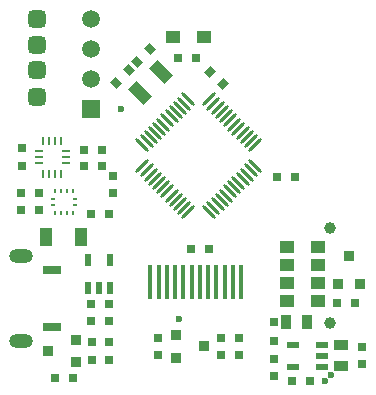
<source format=gbr>
%TF.GenerationSoftware,Altium Limited,Altium Designer,20.0.13 (296)*%
G04 Layer_Color=255*
%FSLAX25Y25*%
%MOIN*%
%TF.FileFunction,Pads,Top*%
%TF.Part,Single*%
G01*
G75*
%TA.AperFunction,SMDPad,CuDef*%
%ADD10R,0.03150X0.02756*%
%ADD11R,0.05000X0.04000*%
%ADD12R,0.02756X0.03150*%
G04:AMPARAMS|DCode=13|XSize=9.84mil|YSize=61.02mil|CornerRadius=0mil|HoleSize=0mil|Usage=FLASHONLY|Rotation=45.000|XOffset=0mil|YOffset=0mil|HoleType=Round|Shape=Round|*
%AMOVALD13*
21,1,0.05118,0.00984,0.00000,0.00000,135.0*
1,1,0.00984,0.01810,-0.01810*
1,1,0.00984,-0.01810,0.01810*
%
%ADD13OVALD13*%

G04:AMPARAMS|DCode=14|XSize=9.84mil|YSize=61.02mil|CornerRadius=0mil|HoleSize=0mil|Usage=FLASHONLY|Rotation=315.000|XOffset=0mil|YOffset=0mil|HoleType=Round|Shape=Round|*
%AMOVALD14*
21,1,0.05118,0.00984,0.00000,0.00000,45.0*
1,1,0.00984,-0.01810,-0.01810*
1,1,0.00984,0.01810,0.01810*
%
%ADD14OVALD14*%

G04:AMPARAMS|DCode=15|XSize=59.06mil|YSize=59.06mil|CornerRadius=14.76mil|HoleSize=0mil|Usage=FLASHONLY|Rotation=270.000|XOffset=0mil|YOffset=0mil|HoleType=Round|Shape=RoundedRectangle|*
%AMROUNDEDRECTD15*
21,1,0.05906,0.02953,0,0,270.0*
21,1,0.02953,0.05906,0,0,270.0*
1,1,0.02953,-0.01476,-0.01476*
1,1,0.02953,-0.01476,0.01476*
1,1,0.02953,0.01476,0.01476*
1,1,0.02953,0.01476,-0.01476*
%
%ADD15ROUNDEDRECTD15*%
%ADD16R,0.03091X0.01102*%
%ADD17R,0.01102X0.03091*%
G04:AMPARAMS|DCode=18|XSize=27.56mil|YSize=31.5mil|CornerRadius=0mil|HoleSize=0mil|Usage=FLASHONLY|Rotation=225.000|XOffset=0mil|YOffset=0mil|HoleType=Round|Shape=Rectangle|*
%AMROTATEDRECTD18*
4,1,4,-0.00139,0.02088,0.02088,-0.00139,0.00139,-0.02088,-0.02088,0.00139,-0.00139,0.02088,0.0*
%
%ADD18ROTATEDRECTD18*%

G04:AMPARAMS|DCode=19|XSize=27.56mil|YSize=31.5mil|CornerRadius=0mil|HoleSize=0mil|Usage=FLASHONLY|Rotation=315.000|XOffset=0mil|YOffset=0mil|HoleType=Round|Shape=Rectangle|*
%AMROTATEDRECTD19*
4,1,4,-0.02088,-0.00139,0.00139,0.02088,0.02088,0.00139,-0.00139,-0.02088,-0.02088,-0.00139,0.0*
%
%ADD19ROTATEDRECTD19*%

G04:AMPARAMS|DCode=20|XSize=39.37mil|YSize=70.87mil|CornerRadius=0mil|HoleSize=0mil|Usage=FLASHONLY|Rotation=225.000|XOffset=0mil|YOffset=0mil|HoleType=Round|Shape=Rectangle|*
%AMROTATEDRECTD20*
4,1,4,-0.01114,0.03897,0.03897,-0.01114,0.01114,-0.03897,-0.03897,0.01114,-0.01114,0.03897,0.0*
%
%ADD20ROTATEDRECTD20*%

%ADD21R,0.01102X0.01831*%
%ADD22R,0.01831X0.01102*%
%ADD23R,0.03937X0.06299*%
%ADD24R,0.01968X0.03937*%
%ADD25R,0.03740X0.03543*%
%ADD26R,0.03740X0.03543*%
%ADD27R,0.03150X0.03150*%
%ADD28R,0.03543X0.04724*%
%ADD29R,0.03937X0.01968*%
%ADD30R,0.04724X0.03543*%
%ADD31R,0.03543X0.03740*%
%ADD32R,0.03543X0.03740*%
%ADD33R,0.01378X0.11811*%
%TA.AperFunction,ViaPad*%
%ADD39C,0.02362*%
%TA.AperFunction,ComponentPad*%
%ADD40R,0.05906X0.05906*%
%ADD41C,0.05906*%
%ADD42C,0.03937*%
%ADD43R,0.05906X0.03150*%
%ADD44O,0.07874X0.04724*%
D10*
X119000Y16047D02*
D03*
Y21953D02*
D03*
X5671Y82063D02*
D03*
Y87968D02*
D03*
X29000Y23453D02*
D03*
Y17547D02*
D03*
X34500D02*
D03*
Y23453D02*
D03*
X51000Y24953D02*
D03*
Y19047D02*
D03*
X72000D02*
D03*
Y24953D02*
D03*
X78000D02*
D03*
Y19047D02*
D03*
X89500Y17953D02*
D03*
Y12047D02*
D03*
X36000Y78953D02*
D03*
Y73047D02*
D03*
D11*
X93882Y55000D02*
D03*
X104118D02*
D03*
Y49000D02*
D03*
X93882D02*
D03*
Y43000D02*
D03*
X104118D02*
D03*
X93882Y37000D02*
D03*
X104118D02*
D03*
X55882Y125000D02*
D03*
X66118D02*
D03*
D12*
X67953Y54500D02*
D03*
X62047D02*
D03*
X57547Y118000D02*
D03*
X63453D02*
D03*
X11124Y67516D02*
D03*
X5218D02*
D03*
Y73016D02*
D03*
X11124D02*
D03*
X32124Y87516D02*
D03*
X26219D02*
D03*
X32124Y82016D02*
D03*
X26219D02*
D03*
X28547Y66000D02*
D03*
X34453D02*
D03*
Y36000D02*
D03*
X28547D02*
D03*
X34453Y30500D02*
D03*
X28547D02*
D03*
X22453Y11500D02*
D03*
X16547D02*
D03*
X95547Y10500D02*
D03*
X101453D02*
D03*
X116453Y36500D02*
D03*
X110547D02*
D03*
X90722Y78500D02*
D03*
X96628D02*
D03*
D13*
X61021Y104290D02*
D03*
X59629Y102898D02*
D03*
X58237Y101506D02*
D03*
X56845Y100114D02*
D03*
X55453Y98722D02*
D03*
X54062Y97330D02*
D03*
X52670Y95938D02*
D03*
X51278Y94547D02*
D03*
X49886Y93155D02*
D03*
X48494Y91763D02*
D03*
X47102Y90371D02*
D03*
X45710Y88979D02*
D03*
X67979Y66710D02*
D03*
X69371Y68102D02*
D03*
X70763Y69494D02*
D03*
X72155Y70886D02*
D03*
X73546Y72278D02*
D03*
X74938Y73670D02*
D03*
X76330Y75062D02*
D03*
X77722Y76454D02*
D03*
X79114Y77845D02*
D03*
X80506Y79237D02*
D03*
X81898Y80629D02*
D03*
X83290Y82021D02*
D03*
D14*
X45710D02*
D03*
X47102Y80629D02*
D03*
X48494Y79237D02*
D03*
X49886Y77845D02*
D03*
X51278Y76454D02*
D03*
X52670Y75062D02*
D03*
X54062Y73670D02*
D03*
X55453Y72278D02*
D03*
X56845Y70886D02*
D03*
X58237Y69494D02*
D03*
X59629Y68102D02*
D03*
X61021Y66710D02*
D03*
X83290Y88979D02*
D03*
X81898Y90371D02*
D03*
X80506Y91763D02*
D03*
X79114Y93155D02*
D03*
X77722Y94547D02*
D03*
X76330Y95938D02*
D03*
X74938Y97330D02*
D03*
X73546Y98722D02*
D03*
X72155Y100114D02*
D03*
X70763Y101506D02*
D03*
X69371Y102898D02*
D03*
X67979Y104290D02*
D03*
D15*
X10500Y131000D02*
D03*
Y122500D02*
D03*
Y114000D02*
D03*
Y105000D02*
D03*
D16*
X20169Y86984D02*
D03*
Y85016D02*
D03*
Y83047D02*
D03*
X11173D02*
D03*
Y85016D02*
D03*
Y86984D02*
D03*
D17*
X18624Y79533D02*
D03*
X16656D02*
D03*
X14687D02*
D03*
X12719D02*
D03*
Y90498D02*
D03*
X14687D02*
D03*
X16656D02*
D03*
X18624D02*
D03*
D18*
X36912Y109912D02*
D03*
X41088Y114088D02*
D03*
X48088Y121088D02*
D03*
X43912Y116912D02*
D03*
D19*
X72588Y109412D02*
D03*
X68412Y113588D02*
D03*
D20*
X51980Y113480D02*
D03*
X45020Y106520D02*
D03*
D21*
X22624Y73657D02*
D03*
X20656D02*
D03*
X18687D02*
D03*
X16718D02*
D03*
Y66374D02*
D03*
X18687D02*
D03*
X20656D02*
D03*
X22624D02*
D03*
D22*
X16000Y71000D02*
D03*
Y69031D02*
D03*
X23343D02*
D03*
Y71000D02*
D03*
D23*
X25405Y58500D02*
D03*
X13595D02*
D03*
D24*
X34980Y41500D02*
D03*
X27500D02*
D03*
X31240D02*
D03*
X27500Y50949D02*
D03*
X34980D02*
D03*
D25*
X14374Y20500D02*
D03*
X23626Y16760D02*
D03*
X66126Y22000D02*
D03*
X56874Y25740D02*
D03*
D26*
X23626Y24240D02*
D03*
X56874Y18260D02*
D03*
D27*
X89500Y23850D02*
D03*
Y30150D02*
D03*
D28*
X100543Y30000D02*
D03*
X93457D02*
D03*
D29*
X105449Y22480D02*
D03*
Y15000D02*
D03*
Y18740D02*
D03*
X96000Y15000D02*
D03*
Y22480D02*
D03*
D30*
X112000Y15457D02*
D03*
Y22543D02*
D03*
D31*
X114500Y52126D02*
D03*
X110760Y42874D02*
D03*
D32*
X118240Y42874D02*
D03*
D33*
X78658Y43500D02*
D03*
X75902D02*
D03*
X73146D02*
D03*
X70390D02*
D03*
X67634D02*
D03*
X64878D02*
D03*
X62122D02*
D03*
X59366D02*
D03*
X56610D02*
D03*
X53854D02*
D03*
X51098D02*
D03*
X48342D02*
D03*
D39*
X38500Y101000D02*
D03*
X58000Y31000D02*
D03*
X108500Y12500D02*
D03*
X106453Y10500D02*
D03*
D40*
X28500Y101000D02*
D03*
D41*
Y111000D02*
D03*
Y121000D02*
D03*
Y131000D02*
D03*
D42*
X108339Y61347D02*
D03*
Y29850D02*
D03*
D43*
X15606Y28453D02*
D03*
Y47547D02*
D03*
D44*
X5173Y23728D02*
D03*
Y52272D02*
D03*
%TF.MD5,eeacde1c99d8c7a0568f66b0e92dc74b*%
M02*

</source>
